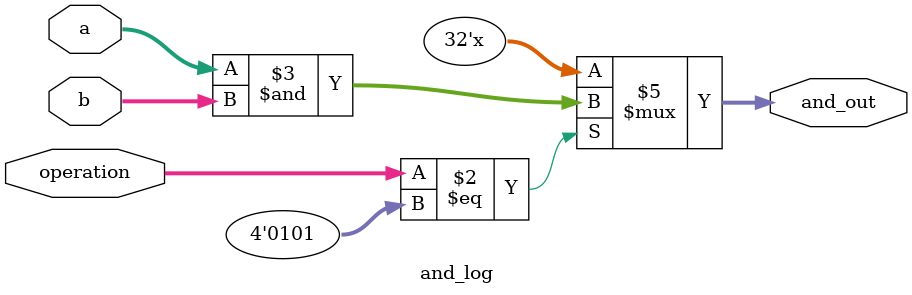
<source format=v>
module and_log(
    input [31:0]a,b,
    input [3:0]operation,
    output reg[31:0] and_out);
    always @(*) begin
        if(operation == 4'd5) and_out <= a & b;
        else and_out <= 32'dz;
    end
endmodule

</source>
